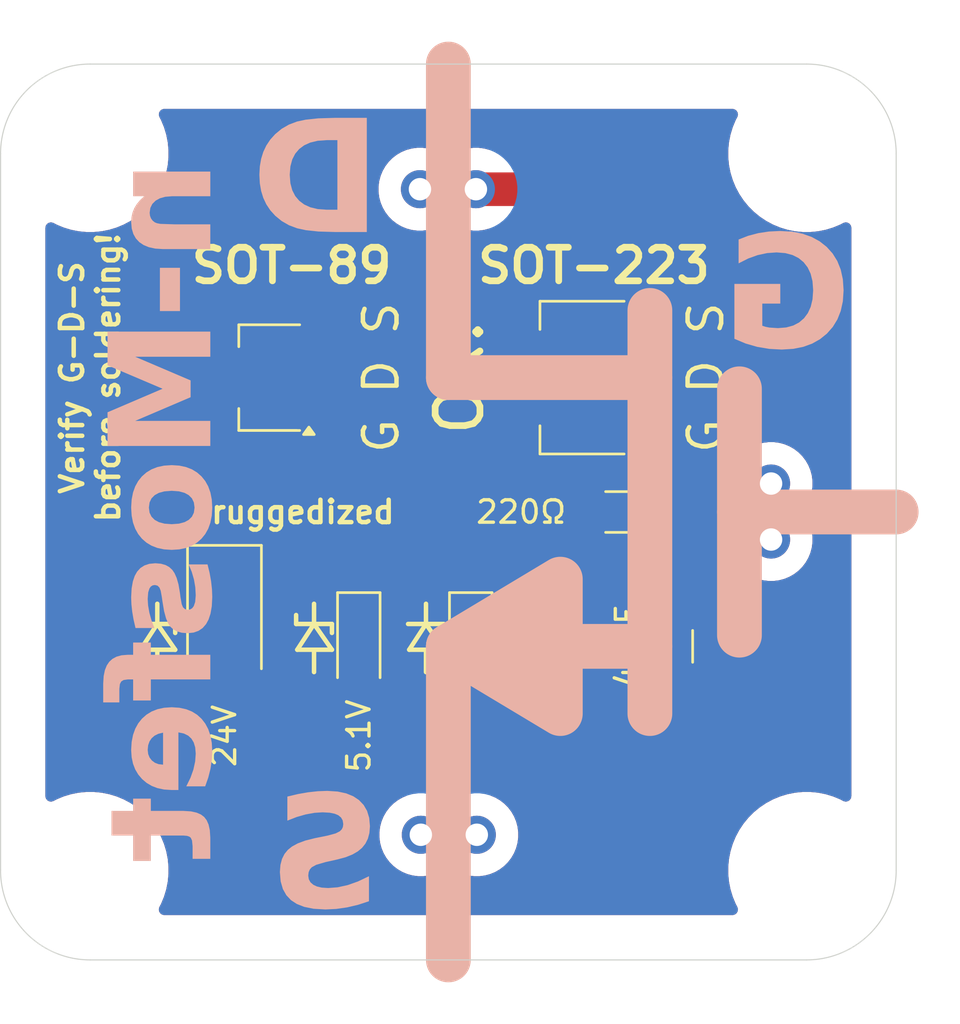
<source format=kicad_pcb>
(kicad_pcb (version 20241229) (generator "pcbnew") (generator_version "9.0")
  (layers (0 "F.Cu" signal) (2 "B.Cu" signal) (13 "F.Paste" user) (15 "B.Paste" user) (5 "F.SilkS" user "F.Silkscreen") (7 "B.SilkS" user "B.Silkscreen") (1 "F.Mask" user) (3 "B.Mask" user) (25 "Edge.Cuts" user))
  (net 0 "")
  (net 1 "Net-(D1-A)")
  (net 2 "Net-(J1-Pin_1)")
  (net 3 "Net-(D1-K)")
  (net 4 "Net-(D2-K)")
  (footprint "EASYEDA2KICAD:Magnetic_Connector_1x02_P2.5mm_Horizontal_round-ears" (layer "F.Cu") (at 47.0125 32.5)
    (property "Reference" "J1" (hide yes))
    (property "Value" "Conn_01x02_Pin")
    (pad "1" thru_hole circle (at -0.1 -1.27) (size 1.7 1.7) (drill 1) (layers "*.Cu" "*.Mask") (net 2 "Net-(J1-Pin_1)"))
    (pad "2" thru_hole oval (at -0.1 1.23) (size 1.7 1.7) (drill 1) (layers "*.Cu" "*.Mask") (net 2 "Net-(J1-Pin_1)"))
  )
  (footprint "Resistor_SMD:R_1206_3216Metric_Pad1.30x1.75mm_HandSolder" (layer "F.Cu") (at 40.25 32.5 180)
    (property "Reference" "R1" (hide yes))
    (property "Value" "220Ω" (at 4.5 0 0) (layer "F.SilkS"))
    (fp_line (start -0.727064 0.91) (end 0.727064 0.91) (stroke (width 0.12)) (layer "F.SilkS"))
    (fp_line (start -0.727064 -0.91) (end 0.727064 -0.91) (stroke (width 0.12)) (layer "F.SilkS"))
    (pad "1" smd roundrect (at -1.55 0 180) (size 1.3 1.75) (layers "F.Cu" "F.Mask" "F.Paste") (roundrect_rratio 0.192308) (net 2 "Net-(J1-Pin_1)"))
    (pad "2" smd roundrect (at 1.55 0 180) (size 1.3 1.75) (layers "F.Cu" "F.Mask" "F.Paste") (roundrect_rratio 0.192308) (net 3 "Net-(D1-K)"))
  )
  (footprint "clipboard:fa6ae91b-eb54-4b99-b7d9-45b2633bdbfb" (layer "F.Cu") (at 19.5 37.5 -90)
    (property "Reference" "" (hide yes))
    (property "Value" "")
    (fp_line (start 0 0.8) (end -0.4 0.8001) (stroke (width 0.2)) (layer "F.SilkS"))
    (fp_line (start 1.15062 0.7493) (end 1.15062 -0.8001) (stroke (width 0.2)) (layer "F.SilkS"))
    (fp_line (start 0 0) (end 1.15062 0.7493) (stroke (width 0.2)) (layer "F.SilkS"))
    (fp_line (start 0 0) (end -0.9017 0) (stroke (width 0.2)) (layer "F.SilkS"))
    (fp_line (start 0 0) (end 1.15062 -0.8001) (stroke (width 0.2)) (layer "F.SilkS"))
    (fp_line (start 1.15062 0) (end 2.14884 0) (stroke (width 0.2)) (layer "F.SilkS"))
    (fp_line (start 0 -0.8001) (end 0 0.8001) (stroke (width 0.2)) (layer "F.SilkS"))
    (fp_line (start 0 -0.8001) (end 0.4 -0.8) (stroke (width 0.2)) (layer "F.SilkS"))
  )
  (footprint "Diode_SMD:Nexperia_CFP3_SOD-123W" (layer "F.Cu") (at 33.5 38.5 -90)
    (property "Reference" "D1" (hide yes))
    (property "Value" "1N4148W")
    (fp_line (start -2.4 0.95) (end 1.4 0.95) (stroke (width 0.12)) (layer "F.SilkS"))
    (fp_line (start -2.4 -0.95) (end -2.4 0.95) (stroke (width 0.12)) (layer "F.SilkS"))
    (fp_line (start -2.4 -0.95) (end 1.4 -0.95) (stroke (width 0.12)) (layer "F.SilkS"))
    (pad "1" smd rect (at -1.55 0 270) (size 1.5 1.2) (layers "F.Cu" "F.Mask" "F.Paste") (net 3 "Net-(D1-K)"))
    (pad "2" smd rect (at 1.55 0 270) (size 1.5 1.2) (layers "F.Cu" "F.Mask" "F.Paste") (net 1 "Net-(D1-A)"))
  )
  (footprint "Diode_SMD:D_SMA" (layer "F.Cu") (at 22.5 37.5 -90)
    (property "Reference" "D2" (hide yes))
    (property "Value" "24V" (at 5 0 90) (layer "F.SilkS"))
    (fp_line (start -3.51 1.65) (end 2 1.65) (stroke (width 0.12)) (layer "F.SilkS"))
    (fp_line (start -3.51 -1.65) (end -3.51 1.65) (stroke (width 0.12)) (layer "F.SilkS"))
    (fp_line (start -3.51 -1.65) (end 2 -1.65) (stroke (width 0.12)) (layer "F.SilkS"))
    (pad "1" smd roundrect (at -2 0 270) (size 2.5 1.8) (layers "F.Cu" "F.Mask" "F.Paste") (roundrect_rratio 0.1388888889) (net 4 "Net-(D2-K)"))
    (pad "2" smd roundrect (at 2 0 270) (size 2.5 1.8) (layers "F.Cu" "F.Mask" "F.Paste") (roundrect_rratio 0.1388888889) (net 1 "Net-(D1-A)"))
  )
  (footprint "Package_TO_SOT_SMD:SOT-89-3_Handsoldering" (layer "F.Cu") (at 24.5 26.5 180)
    (property "Reference" "Q2" (hide yes))
    (property "Value" "UT3N06G-AB3-R")
    (fp_line (start 1.36 2.36) (end -1.36 2.36) (stroke (width 0.12)) (layer "F.SilkS"))
    (fp_line (start 1.36 1.38) (end 1.36 2.36) (stroke (width 0.12)) (layer "F.SilkS"))
    (fp_line (start 1.36 -1.38) (end 1.36 -2.36) (stroke (width 0.12)) (layer "F.SilkS"))
    (fp_line (start -1.22 -2.36) (end 1.36 -2.36) (stroke (width 0.12)) (layer "F.SilkS"))
    (fp_line (start -1.36 -2.36) (end 1.36 -2.36) (stroke (width 0.12)) (layer "F.SilkS"))
    (fp_poly (pts (xy -1.77 -2.21) (xy -2.01 -2.54) (xy -1.53 -2.54) (xy -1.77 -2.21)) (stroke (width 0.12)) (fill yes) (layer "F.SilkS"))
    (pad "1" smd roundrect (at -2.45 -1.5 180) (size 2.3 0.9) (layers "F.Cu" "F.Mask" "F.Paste") (net 3 "Net-(D1-K)"))
    (pad "2" smd custom (at -2.3625 0 180) (size 2.475 0.9) (layers "F.Cu" "F.Mask" "F.Paste") (net 4 "Net-(D2-K)") (options (clearance outline) (anchor rect)) (primitives (gr_poly (pts (xy 5.3625 0.8665) (xy 1.2375 0.8665) (xy 1.2375 -0.8665) (xy 5.3625 -0.8665)) (width 0) (fill yes))))
    (pad "3" smd roundrect (at -2.45 1.5 180) (size 2.3 0.9) (layers "F.Cu" "F.Mask" "F.Paste") (net 1 "Net-(D1-A)"))
  )
  (footprint "EASYEDA2KICAD:Magnetic_Connector_1x02_P2.5mm_Horizontal_round-ears" (layer "F.Cu") (at 32.5 17.9875 90)
    (property "Reference" "J2" (hide yes))
    (property "Value" "Conn_01x02_Pin")
    (pad "1" thru_hole circle (at -0.1 -1.27 90) (size 1.7 1.7) (drill 1) (layers "*.Cu" "*.Mask") (net 4 "Net-(D2-K)"))
    (pad "2" thru_hole oval (at -0.1 1.23 90) (size 1.7 1.7) (drill 1) (layers "*.Cu" "*.Mask") (net 4 "Net-(D2-K)"))
  )
  (footprint "clipboard:fa6ae91b-eb54-4b99-b7d9-45b2633bdbfb" (layer "F.Cu") (at 31.5 37.5 -90)
    (property "Reference" "" (hide yes))
    (property "Value" "")
    (fp_line (start 1.15062 0.7493) (end 1.15062 -0.8001) (stroke (width 0.2)) (layer "F.SilkS"))
    (fp_line (start 0 0) (end 1.15062 0.7493) (stroke (width 0.2)) (layer "F.SilkS"))
    (fp_line (start 0 0) (end -0.9017 0) (stroke (width 0.2)) (layer "F.SilkS"))
    (fp_line (start 0 0) (end 1.15062 -0.8001) (stroke (width 0.2)) (layer "F.SilkS"))
    (fp_line (start 1.15062 0) (end 2.14884 0) (stroke (width 0.2)) (layer "F.SilkS"))
    (fp_line (start 0 -0.8001) (end 0 0.8001) (stroke (width 0.2)) (layer "F.SilkS"))
  )
  (footprint "Capacitor_SMD:C_1206_3216Metric_Pad1.33x1.80mm_HandSolder" (layer "F.Cu") (at 42.5 38.5 -90)
    (property "Reference" "C1" (hide yes))
    (property "Value" "47nF" (at 0 2 90) (layer "F.SilkS"))
    (fp_line (start -0.711252 0.91) (end 0.711252 0.91) (stroke (width 0.12)) (layer "F.SilkS"))
    (fp_line (start -0.711252 -0.91) (end 0.711252 -0.91) (stroke (width 0.12)) (layer "F.SilkS"))
    (pad "1" smd roundrect (at -1.5625 0 270) (size 1.325 1.8) (layers "F.Cu" "F.Mask" "F.Paste") (roundrect_rratio 0.188679) (net 3 "Net-(D1-K)"))
    (pad "2" smd roundrect (at 1.5625 0 270) (size 1.325 1.8) (layers "F.Cu" "F.Mask" "F.Paste") (roundrect_rratio 0.188679) (net 1 "Net-(D1-A)"))
  )
  (footprint "EASYEDA2KICAD:Magnetic_Connector_1x02_P2.5mm_Horizontal_round-ears" (layer "F.Cu") (at 32.5 47.0125 -90)
    (property "Reference" "J5" (hide yes))
    (property "Value" "Conn_01x02_Pin")
    (pad "1" thru_hole circle (at -0.1 -1.27 270) (size 1.7 1.7) (drill 1) (layers "*.Cu" "*.Mask") (net 1 "Net-(D1-A)"))
    (pad "2" thru_hole oval (at -0.1 1.23 270) (size 1.7 1.7) (drill 1) (layers "*.Cu" "*.Mask") (net 1 "Net-(D1-A)"))
  )
  (footprint "Package_TO_SOT_SMD:SOT-223-3_TabPin2" (layer "F.Cu") (at 38.5 26.5 180)
    (property "Reference" "Q1" (hide yes))
    (property "Value" "NDT3055L")
    (fp_line (start 1.91 3.41) (end 1.91 2.15) (stroke (width 0.12)) (layer "F.SilkS"))
    (fp_line (start 1.91 -3.41) (end 1.91 -2.15) (stroke (width 0.12)) (layer "F.SilkS"))
    (fp_line (start -1.85 3.41) (end 1.91 3.41) (stroke (width 0.12)) (layer "F.SilkS"))
    (fp_line (start -1.85 -3.41) (end 1.91 -3.41) (stroke (width 0.12)) (layer "F.SilkS"))
    (fp_poly (pts (xy -3.13 -3.31) (xy -3.37 -3.64) (xy -2.89 -3.64) (xy -3.13 -3.31)) (stroke (width 0.12)) (fill yes) (layer "F.SilkS"))
    (pad "1" smd roundrect (at -3.15 -2.3 180) (size 2 1.5) (layers "F.Cu" "F.Mask" "F.Paste") (net 3 "Net-(D1-K)"))
    (pad "2" smd roundrect (at -3.15 0 180) (size 2 1.5) (layers "F.Cu" "F.Mask" "F.Paste") (net 4 "Net-(D2-K)"))
    (pad "2" smd roundrect (at 3.15 0 180) (size 2 3.8) (layers "F.Cu" "F.Mask" "F.Paste") (net 4 "Net-(D2-K)"))
    (pad "3" smd roundrect (at -3.15 2.3 180) (size 2 1.5) (layers "F.Cu" "F.Mask" "F.Paste") (net 1 "Net-(D1-A)"))
  )
  (footprint "Resistor_SMD:R_1206_3216Metric_Pad1.30x1.75mm_HandSolder" (layer "F.Cu") (at 38.5 38.5 90)
    (property "Reference" "R2" (hide yes))
    (property "Value" "100kΩ" (at 0 -2 90) (layer "F.SilkS"))
    (fp_line (start -0.727064 -0.91) (end 0.727064 -0.91) (stroke (width 0.12)) (layer "F.SilkS"))
    (fp_line (start -0.727064 0.91) (end 0.727064 0.91) (stroke (width 0.12)) (layer "F.SilkS"))
    (pad "1" smd roundrect (at -1.55 0 90) (size 1.3 1.75) (layers "F.Cu" "F.Mask" "F.Paste") (roundrect_rratio 0.192308) (net 1 "Net-(D1-A)"))
    (pad "2" smd roundrect (at 1.55 0 90) (size 1.3 1.75) (layers "F.Cu" "F.Mask" "F.Paste") (roundrect_rratio 0.192308) (net 3 "Net-(D1-K)"))
  )
  (footprint "Diode_SMD:Nexperia_CFP3_SOD-123W" (layer "F.Cu") (at 28.5 38.5 -90)
    (property "Reference" "DZ1" (hide yes))
    (property "Value" "5.1V" (at 4 0 90) (layer "F.SilkS"))
    (fp_line (start -2.4 0.95) (end 1.4 0.95) (stroke (width 0.12)) (layer "F.SilkS"))
    (fp_line (start -2.4 -0.95) (end -2.4 0.95) (stroke (width 0.12)) (layer "F.SilkS"))
    (fp_line (start -2.4 -0.95) (end 1.4 -0.95) (stroke (width 0.12)) (layer "F.SilkS"))
    (pad "1" smd roundrect (at -1.55 0 270) (size 1.5 1.2) (layers "F.Cu" "F.Mask" "F.Paste") (roundrect_rratio 0.22) (net 3 "Net-(D1-K)"))
    (pad "2" smd roundrect (at 1.55 0 270) (size 1.5 1.2) (layers "F.Cu" "F.Mask" "F.Paste") (roundrect_rratio 0.22) (net 1 "Net-(D1-A)"))
  )
  (footprint "clipboard:fa6ae91b-eb54-4b99-b7d9-45b2633bdbfb" (layer "F.Cu") (at 26.5 37.5 -90)
    (property "Reference" "" (hide yes))
    (property "Value" "")
    (fp_line (start -0.4 0.8) (end 0 0.8001) (stroke (width 0.2)) (layer "F.SilkS"))
    (fp_line (start 1.15062 0.7493) (end 1.15062 -0.8001) (stroke (width 0.2)) (layer "F.SilkS"))
    (fp_line (start 0 0) (end 1.15062 0.7493) (stroke (width 0.2)) (layer "F.SilkS"))
    (fp_line (start 0 0) (end -0.9017 0) (stroke (width 0.2)) (layer "F.SilkS"))
    (fp_line (start 0 0) (end 1.15062 -0.8001) (stroke (width 0.2)) (layer "F.SilkS"))
    (fp_line (start 1.15062 0) (end 2.14884 0) (stroke (width 0.2)) (layer "F.SilkS"))
    (fp_line (start 0 -0.7999) (end 0.4 -0.8) (stroke (width 0.2)) (layer "F.SilkS"))
    (fp_line (start 0 -0.8001) (end 0 0.8001) (stroke (width 0.2)) (layer "F.SilkS"))
  )
  (footprint "EASYEDA2KICAD:MountingHole_3.0mm_M3_tight" (layer "B.Cu") (at 16.5 16.5 180)
    (property "Reference" "H3" (hide yes))
    (property "Value" "MH M3")
    (pad "" np_thru_hole circle (at 0 0 180) (size 3 3) (drill 3) (layers "*.Cu" "*.Mask"))
  )
  (footprint "EASYEDA2KICAD:MountingHole_3.0mm_M3_tight" (layer "B.Cu") (at 16.5 48.5 180)
    (property "Reference" "H4" (hide yes))
    (property "Value" "MH M3")
    (pad "" np_thru_hole circle (at 0 0 180) (size 3 3) (drill 3) (layers "*.Cu" "*.Mask"))
  )
  (footprint "EASYEDA2KICAD:MountingHole_3.0mm_M3_tight" (layer "B.Cu") (at 48.5 16.5 180)
    (property "Reference" "H1" (hide yes))
    (property "Value" "MH M3")
    (pad "" np_thru_hole circle (at 0 0 180) (size 3 3) (drill 3) (layers "*.Cu" "*.Mask"))
  )
  (footprint "EASYEDA2KICAD:MountingHole_3.0mm_M3_tight" (layer "B.Cu") (at 48.5 48.5 180)
    (property "Reference" "H2" (hide yes))
    (property "Value" "MH M3")
    (pad "" np_thru_hole circle (at 0 0 180) (size 3 3) (drill 3) (layers "*.Cu" "*.Mask"))
  )
  (gr_line (start 41.5 41.5) (end 41.5 23.5) (stroke (width 2)) (layer "B.SilkS"))
  (gr_poly (pts (xy 32.5 38.5) (xy 37.5 35.5) (xy 37.5 41.5)) (stroke (width 2)) (fill yes) (layer "B.SilkS"))
  (gr_line (start 32.5 38.5) (end 32.5 52.5) (stroke (width 2)) (layer "B.SilkS"))
  (gr_line (start 41.5 38.5) (end 32.5 38.5) (stroke (width 2)) (layer "B.SilkS"))
  (gr_line (start 52.5 32.5) (end 45.5 32.5) (stroke (width 2)) (layer "B.SilkS"))
  (gr_line (start 45.5 38) (end 45.5 27) (stroke (width 2)) (layer "B.SilkS"))
  (gr_line (start 32.5 26.5) (end 32.5 12.5) (stroke (width 2)) (layer "B.SilkS"))
  (gr_line (start 41.5 26.5) (end 32.5 26.5) (stroke (width 2)) (layer "B.SilkS"))
  (gr_arc (start 12.5 16.5) (mid 13.671573 13.671573) (end 16.5 12.5) (stroke (width 0.05)) (layer "Edge.Cuts"))
  (gr_arc (start 16.5 52.5) (mid 13.671573 51.328427) (end 12.5 48.5) (stroke (width 0.05)) (layer "Edge.Cuts"))
  (gr_line (start 52.5 16.5) (end 52.5 48.5) (stroke (width 0.05)) (layer "Edge.Cuts"))
  (gr_line (start 16.5 12.5) (end 48.5 12.5) (stroke (width 0.05)) (layer "Edge.Cuts"))
  (gr_line (start 12.5 48.5) (end 12.5 16.5) (stroke (width 0.05)) (layer "Edge.Cuts"))
  (gr_arc (start 52.5 48.5) (mid 51.328427 51.328427) (end 48.5 52.5) (stroke (width 0.05)) (layer "Edge.Cuts"))
  (gr_arc (start 48.5 12.5) (mid 51.328427 13.671573) (end 52.5 16.5) (stroke (width 0.05)) (layer "Edge.Cuts"))
  (gr_line (start 48.5 52.5) (end 16.5 52.5) (stroke (width 0.05)) (layer "Edge.Cuts"))
  (gr_text "G D S" (at 44 26.5 90) (layer "F.SilkS") (effects (font (size 1.5 1.5) (thickness 0.2) (bold yes))))
  (gr_text "G D S" (at 29.5 26.5 90) (layer "F.SilkS") (effects (font (size 1.5 1.5) (thickness 0.2) (bold yes))))
  (gr_text "SOT-89" (at 25.5 21.5 0) (layer "F.SilkS") (effects (font (size 1.5 1.5) (thickness 0.3) (bold yes))))
  (gr_text "ruggedized" (at 26 32.5 0) (layer "F.SilkS") (effects (font (size 1 1) (thickness 0.2) (bold yes))))
  (gr_text "Verify G-D-S\nbefore soldering!" (at 16.5 26.5 90) (layer "F.SilkS") (effects (font (size 1 1) (thickness 0.2) (bold yes))))
  (gr_text "OR!" (at 33 26.5 90) (layer "F.SilkS") (effects (font (size 2 2) (thickness 0.3) (bold yes))))
  (gr_text "SOT-223" (at 39 21.5 0) (layer "F.SilkS") (effects (font (size 1.5 1.5) (thickness 0.3) (bold yes))))
  (gr_text "D" (at 29.5 15 -0) (layer "B.SilkS") (effects (font (size 5 5) (thickness 0.8) (bold yes)) (justify left top mirror)))
  (gr_text "S" (at 29.5 51 -0) (layer "B.SilkS") (effects (font (size 5 5) (thickness 0.8) (bold yes)) (justify left bottom mirror)))
  (gr_text "G" (at 50.5 26 -0) (layer "B.SilkS") (effects (font (size 5 5) (thickness 0.8) (bold yes)) (justify left bottom mirror)))
  (gr_text "n-Mosfet" (at 20 32.5 -270) (layer "B.SilkS") (effects (font (size 4.5 4.5) (thickness 1.125) (bold yes)) (justify mirror)))
  (segment (start 19.75 37.25) (end 22 39.5) (width 1.5) (layer "F.Cu") (net 1))
  (segment (start 23.0625 40.0625) (end 22.5 39.5) (width 1.5) (layer "F.Cu") (net 1))
  (segment (start 42.5 40.0625) (end 32.5 40.0625) (width 1.5) (layer "F.Cu") (net 1))
  (segment (start 38.65 24.2) (end 37.45 23) (width 1.5) (layer "F.Cu") (net 1))
  (segment (start 27 23) (end 27 24) (width 1.5) (layer "F.Cu") (net 1))
  (segment (start 21.5 23) (end 19.75 24.75) (width 1.5) (layer "F.Cu") (net 1))
  (segment (start 37.45 23) (end 27 23) (width 1.5) (layer "F.Cu") (net 1))
  (segment (start 27 23) (end 21.5 23) (width 1.5) (layer "F.Cu") (net 1))
  (segment (start 27 24) (end 27 24.5) (width 1.5) (layer "F.Cu") (net 1))
  (segment (start 31.27 46.9125) (end 32.5 46.9125) (width 1.5) (layer "F.Cu") (net 1))
  (segment (start 41.65 24.2) (end 38.65 24.2) (width 1.5) (layer "F.Cu") (net 1))
  (segment (start 22 39.5) (end 22.5 39.5) (width 1.5) (layer "F.Cu") (net 1))
  (segment (start 32.5 46.9125) (end 32.5 40.0625) (width 1.5) (layer "F.Cu") (net 1))
  (segment (start 19.75 24.75) (end 19.75 37.25) (width 1.5) (layer "F.Cu") (net 1))
  (segment (start 32.5 40.0625) (end 23.0625 40.0625) (width 1.5) (layer "F.Cu") (net 1))
  (segment (start 32.5 46.9125) (end 33.77 46.9125) (width 1.5) (layer "F.Cu") (net 1))
  (segment (start 46.9125 31.23) (end 46.9125 32.5) (width 1.5) (layer "F.Cu") (net 2))
  (segment (start 41.8 32.5) (end 46.9125 32.5) (width 1.5) (layer "F.Cu") (net 2))
  (segment (start 46.9125 32.5) (end 46.9125 33.73) (width 1.5) (layer "F.Cu") (net 2))
  (segment (start 28.35 37.1) (end 27 35.75) (width 1.5) (layer "F.Cu") (net 3))
  (segment (start 41.65 28.8) (end 38.65 31.8) (width 1.5) (layer "F.Cu") (net 3))
  (segment (start 38.65 31.8) (end 38.65 36.8) (width 1.5) (layer "F.Cu") (net 3))
  (segment (start 28.6625 36.9375) (end 28.5 37.1) (width 1.5) (layer "F.Cu") (net 3))
  (segment (start 38.65 36.8) (end 38.5 36.95) (width 1.5) (layer "F.Cu") (net 3))
  (segment (start 42.5 36.9375) (end 28.6625 36.9375) (width 1.5) (layer "F.Cu") (net 3))
  (segment (start 27 35.75) (end 27 28.5) (width 1.5) (layer "F.Cu") (net 3))
  (segment (start 44.5 23) (end 44.5 25.5) (width 1.5) (layer "F.Cu") (net 4))
  (segment (start 44.5 25.5) (end 43.5 26.5) (width 1.5) (layer "F.Cu") (net 4))
  (segment (start 22.5 26.5) (end 26.8625 26.5) (width 1) (layer "F.Cu") (net 4))
  (segment (start 33.73 18.0875) (end 36.3375 18.0875) (width 1.5) (layer "F.Cu") (net 4))
  (segment (start 43 21.5) (end 44.5 23) (width 1.5) (layer "F.Cu") (net 4))
  (segment (start 39.75 21.5) (end 43 21.5) (width 1.5) (layer "F.Cu") (net 4))
  (segment (start 31.23 18.0875) (end 33.73 18.0875) (width 1.5) (layer "F.Cu") (net 4))
  (segment (start 36.3375 18.0875) (end 39.75 21.5) (width 1.5) (layer "F.Cu") (net 4))
  (segment (start 22.5 35.5) (end 22.5 26.5) (width 1) (layer "F.Cu") (net 4))
  (segment (start 43.5 26.5) (end 41.65 26.5) (width 1.5) (layer "F.Cu") (net 4))
  (segment (start 41.65 26.5) (end 26.8625 26.5) (width 1) (layer "F.Cu") (net 4))
  (zone (net 0) (net_name "") (layer "F.Cu") (priority 1) (connect_pads (clearance 1)) (min_thickness 0.5) (fill yes (thermal_gap 0.5) (thermal_bridge_width 0.5) (island_removal_mode 1) (island_area_min 10))
    (polygon (pts (xy 52.5 12.5) (xy 12.5 12.5) (xy 12.5 52.5) (xy 52.5 52.5)))
  )
  (zone (net 0) (net_name "") (layer "B.Cu") (connect_pads (clearance 1)) (min_thickness 0.5) (fill yes (thermal_gap 0.5) (thermal_bridge_width 0.5) (island_removal_mode 1) (island_area_min 10))
    (polygon (pts (xy 52.5 12.5) (xy 12.5 12.5) (xy 12.5 52.5) (xy 52.5 52.5)))
  )
)
</source>
